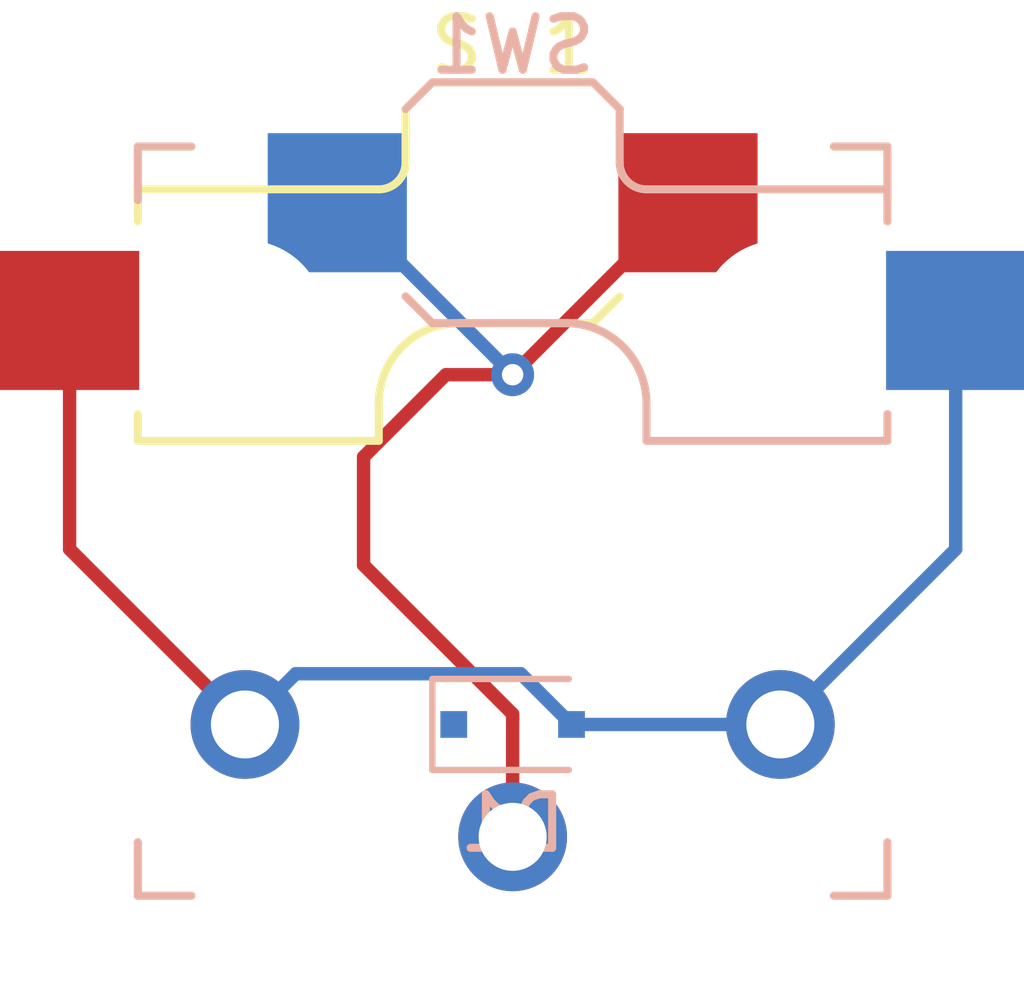
<source format=kicad_pcb>
(kicad_pcb (version 20211014) (generator pcbnew)
  (layers (0 "F.Cu" signal) (31 "B.Cu" signal) (34 "B.Paste" user) (35 "F.Paste" user) (36 "B.SilkS" user "B.Silkscreen") (37 "F.SilkS" user "F.Silkscreen") (38 "B.Mask" user) (39 "F.Mask" user) (44 "Edge.Cuts" user))
  (net 0 "")
  (net 1 "COL0")
  (net 2 "N$1")
  (net 3 "ROW0")
  (footprint "examples:Kailh_socket_PG1350_optional_reversible" (layer "F.Cu") (at 0 0)
    (fp_text reference "SW1" (at 0 -8.89) (layer "F.SilkS"))
    (fp_text value "SW_Push")
    (fp_text user "${REFERENCE}" (at 0 -8.89) (layer "B.SilkS") (effects (justify mirror)))
    (fp_line (start -2 -7.7) (end -1.5 -8.2) (layer "B.SilkS") (width 0.15))
    (fp_line (start -7 7) (end -7 6) (layer "B.SilkS") (width 0.15))
    (fp_line (start -1.5 -3.7) (end 1 -3.7) (layer "B.SilkS") (width 0.15))
    (fp_line (start 7 -1.5) (end 7 -2) (layer "B.SilkS") (width 0.15))
    (fp_line (start 7 -7) (end 7 -6) (layer "B.SilkS") (width 0.15))
    (fp_line (start 2.5 -1.5) (end 7 -1.5) (layer "B.SilkS") (width 0.15))
    (fp_line (start -2 -4.2) (end -1.5 -3.7) (layer "B.SilkS") (width 0.15))
    (fp_line (start 7 6) (end 7 7) (layer "B.SilkS") (width 0.15))
    (fp_line (start -7 -6) (end -7 -7) (layer "B.SilkS") (width 0.15))
    (fp_line (start 7 7) (end 6 7) (layer "B.SilkS") (width 0.15))
    (fp_line (start -6 7) (end -7 7) (layer "B.SilkS") (width 0.15))
    (fp_line (start -7 -7) (end -6 -7) (layer "B.SilkS") (width 0.15))
    (fp_line (start 6 -7) (end 7 -7) (layer "B.SilkS") (width 0.15))
    (fp_line (start 2.5 -2.2) (end 2.5 -1.5) (layer "B.SilkS") (width 0.15))
    (fp_line (start 1.5 -8.2) (end 2 -7.7) (layer "B.SilkS") (width 0.15))
    (fp_line (start 7 -6.2) (end 2.5 -6.2) (layer "B.SilkS") (width 0.15))
    (fp_line (start 2 -6.7) (end 2 -7.7) (layer "B.SilkS") (width 0.15))
    (fp_line (start -1.5 -8.2) (end 1.5 -8.2) (layer "B.SilkS") (width 0.15))
    (fp_line (start 7 -5.6) (end 7 -6.2) (layer "B.SilkS") (width 0.15))
    (fp_arc (start 2.5 -6.2) (mid 2.146447 -6.346447) (end 2 -6.7) (layer "B.SilkS") (width 0.15))
    (fp_arc (start 1 -3.7) (mid 2.06066 -3.26066) (end 2.5 -2.2) (layer "B.SilkS") (width 0.15))
    (fp_line (start 2 -4.2) (end 1.5 -3.7) (layer "F.SilkS") (width 0.15))
    (fp_line (start -2.5 -2.2) (end -2.5 -1.5) (layer "F.SilkS") (width 0.15))
    (fp_line (start 2 -7.7) (end 1.5 -8.2) (layer "F.SilkS") (width 0.15))
    (fp_line (start -7 -1.5) (end -7 -2) (layer "F.SilkS") (width 0.15))
    (fp_line (start 7 -7) (end 7 -6) (layer "F.SilkS") (width 0.15))
    (fp_line (start 1.5 -3.7) (end -1 -3.7) (layer "F.SilkS") (width 0.15))
    (fp_line (start -7 -7) (end -6 -7) (layer "F.SilkS") (width 0.15))
    (fp_line (start -7 -6) (end -7 -7) (layer "F.SilkS") (width 0.15))
    (fp_line (start -6 7) (end -7 7) (layer "F.SilkS") (width 0.15))
    (fp_line (start -2 -6.7) (end -2 -7.7) (layer "F.SilkS") (width 0.15))
    (fp_line (start 6 -7) (end 7 -7) (layer "F.SilkS") (width 0.15))
    (fp_line (start -2.5 -1.5) (end -7 -1.5) (layer "F.SilkS") (width 0.15))
    (fp_line (start 1.5 -8.2) (end -1.5 -8.2) (layer "F.SilkS") (width 0.15))
    (fp_line (start 7 6) (end 7 7) (layer "F.SilkS") (width 0.15))
    (fp_line (start -1.5 -8.2) (end -2 -7.7) (layer "F.SilkS") (width 0.15))
    (fp_line (start 7 7) (end 6 7) (layer "F.SilkS") (width 0.15))
    (fp_line (start -7 7) (end -7 6) (layer "F.SilkS") (width 0.15))
    (fp_line (start -7 -6.2) (end -2.5 -6.2) (layer "F.SilkS") (width 0.15))
    (fp_line (start -7 -5.6) (end -7 -6.2) (layer "F.SilkS") (width 0.15))
    (fp_arc (start -2 -6.7) (mid -2.146447 -6.346447) (end -2.5 -6.2) (layer "F.SilkS") (width 0.15))
    (fp_arc (start -2.5 -2.2) (mid -2.06066 -3.26066) (end -1 -3.7) (layer "F.SilkS") (width 0.15))
    (pad "" np_thru_hole circle locked (at 0 -5.95) (size 3 3) (drill 3) (layers *.Cu *.Mask))
    (pad "" np_thru_hole circle locked (at 5.5 0) (size 1.7018 1.7018) (drill 1.7018) (layers *.Cu *.Mask))
    (pad "" np_thru_hole circle locked (at -5.5 0) (size 1.7018 1.7018) (drill 1.7018) (layers *.Cu *.Mask))
    (pad "" np_thru_hole circle locked (at -5 -3.75) (size 3 3) (drill 3) (layers *.Cu *.Mask))
    (pad "" np_thru_hole circle locked (at 5 -3.75) (size 3 3) (drill 3) (layers *.Cu *.Mask))
    (pad "" np_thru_hole circle locked (at 0 0) (size 3.429 3.429) (drill 3.429) (layers *.Cu *.Mask))
    (pad "1" thru_hole circle locked (at 0 5.9) (size 2.032 2.032) (drill 1.27) (layers *.Cu *.Mask) (net 1 "COL0"))
    (pad "1" smd rect locked (at -3.275 -5.95) (size 2.6 2.6) (layers "B.Cu" "B.Paste" "B.Mask") (net 1 "COL0"))
    (pad "1" smd rect locked (at 3.275 -5.95) (size 2.6 2.6) (layers "F.Cu" "F.Paste" "F.Mask") (net 1 "COL0"))
    (pad "2" smd rect locked (at 8.275 -3.75) (size 2.6 2.6) (layers "B.Cu" "B.Paste" "B.Mask") (net 2 "N$1"))
    (pad "2" thru_hole circle locked (at 5 3.8) (size 2.032 2.032) (drill 1.27) (layers *.Cu *.Mask) (net 2 "N$1"))
    (pad "2" thru_hole circle locked (at -5 3.8) (size 2.032 2.032) (drill 1.27) (layers *.Cu *.Mask) (net 2 "N$1"))
    (pad "2" smd rect locked (at -8.275 -3.75) (size 2.6 2.6) (layers "F.Cu" "F.Paste" "F.Mask") (net 2 "N$1"))
  )
  (footprint "Diode_SMD:D_SOD-323F" (layer "B.Cu") (at 0 3.8)
    (fp_text reference "D1" (at 0 1.85) (layer "B.SilkS") (effects (justify mirror)))
    (fp_text value "D")
    (fp_line (start -1.5 -0.85) (end 1.05 -0.85) (layer "B.SilkS") (width 0.12))
    (fp_line (start -1.5 0.85) (end -1.5 -0.85) (layer "B.SilkS") (width 0.12))
    (fp_line (start -1.5 0.85) (end 1.05 0.85) (layer "B.SilkS") (width 0.12))
    (pad "1" smd rect locked (at -1.1 0) (size 0.5 0.5) (layers "B.Cu" "B.Paste" "B.Mask") (net 3 "ROW0"))
    (pad "2" smd rect locked (at 1.1 0) (size 0.5 0.5) (layers "B.Cu" "B.Paste" "B.Mask") (net 2 "N$1"))
  )
  (via (at 0 -2.736) (size 0.8) (drill 0.4) (layers "F.Cu" "B.Cu") (net 1))
  (segment (start 0 3.604) (end 0 5.9) (width 0.25) (layer "F.Cu") (net 1))
  (segment (start -1.2475 -2.736) (end -2.784 -1.1995) (width 0.25) (layer "F.Cu") (net 1))
  (segment (start -2.784 -1.1995) (end -2.784 0.82) (width 0.25) (layer "F.Cu") (net 1))
  (segment (start -2.784 0.82) (end 0 3.604) (width 0.25) (layer "F.Cu") (net 1))
  (segment (start 3.214 -5.95) (end 0 -2.736) (width 0.25) (layer "F.Cu") (net 1))
  (segment (start 3.275 -5.95) (end 3.214 -5.95) (width 0.25) (layer "F.Cu") (net 1))
  (segment (start 0 -2.736) (end -1.2475 -2.736) (width 0.25) (layer "F.Cu") (net 1))
  (segment (start -3.275 -5.95) (end -3.214 -5.95) (width 0.25) (layer "B.Cu") (net 1))
  (segment (start -3.214 -5.95) (end 0 -2.736) (width 0.25) (layer "B.Cu") (net 1))
  (segment (start -8.275 0.525) (end -5 3.8) (width 0.25) (layer "F.Cu") (net 2))
  (segment (start -8.275 -3.75) (end -8.275 0.525) (width 0.25) (layer "F.Cu") (net 2))
  (segment (start 8.275 0.525) (end 5 3.8) (width 0.25) (layer "B.Cu") (net 2))
  (segment (start 1.1 3.8) (end 0.152 2.852) (width 0.25) (layer "B.Cu") (net 2))
  (segment (start -4.052 2.852) (end -5 3.8) (width 0.25) (layer "B.Cu") (net 2))
  (segment (start 1.1 3.8) (end 5 3.8) (width 0.25) (layer "B.Cu") (net 2))
  (segment (start 8.275 -3.75) (end 8.275 0.525) (width 0.25) (layer "B.Cu") (net 2))
  (segment (start 0.152 2.852) (end -4.052 2.852) (width 0.25) (layer "B.Cu") (net 2))
)
</source>
